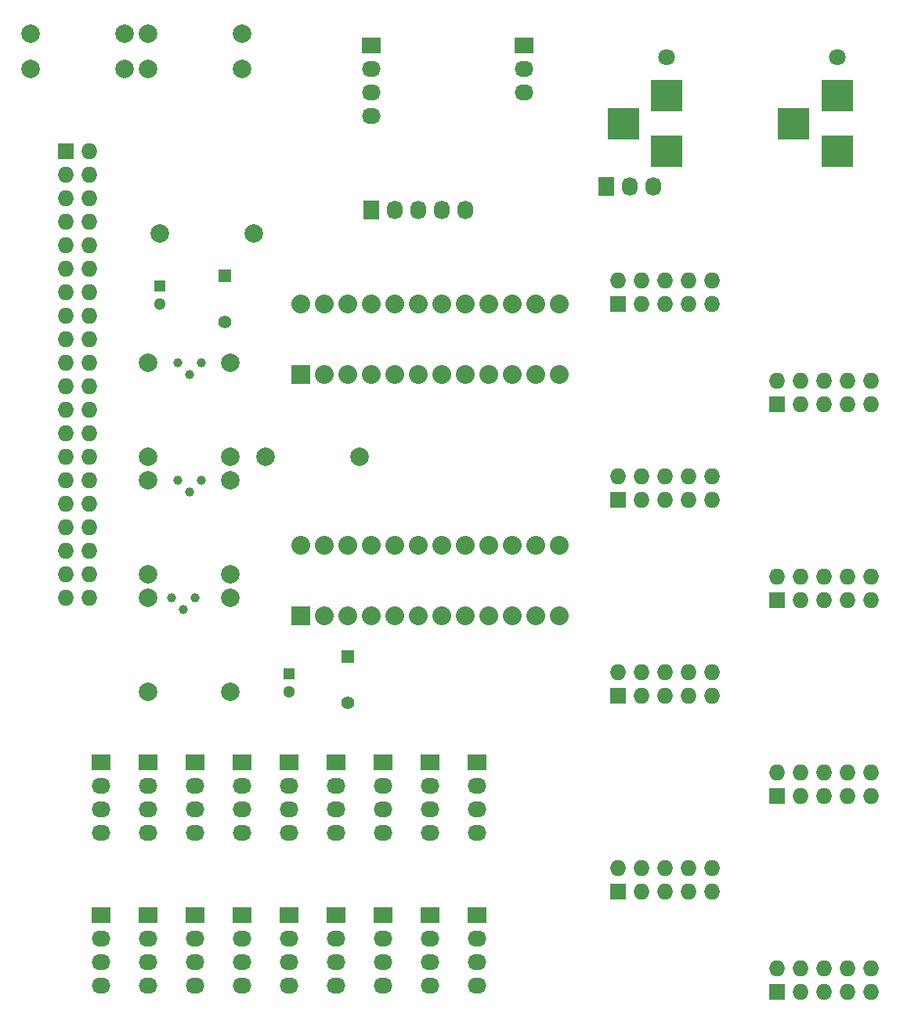
<source format=gbr>
G04 #@! TF.FileFunction,Soldermask,Bot*
%FSLAX46Y46*%
G04 Gerber Fmt 4.6, Leading zero omitted, Abs format (unit mm)*
G04 Created by KiCad (PCBNEW 4.0.2-stable) date Friday, 12 August 2016 'pmt' 16:12:33*
%MOMM*%
G01*
G04 APERTURE LIST*
%ADD10C,0.100000*%
%ADD11R,1.300000X1.300000*%
%ADD12C,1.300000*%
%ADD13R,1.400000X1.400000*%
%ADD14C,1.400000*%
%ADD15R,3.500120X3.500120*%
%ADD16C,1.800000*%
%ADD17R,2.032000X1.727200*%
%ADD18O,2.032000X1.727200*%
%ADD19R,1.727200X2.032000*%
%ADD20O,1.727200X2.032000*%
%ADD21R,1.727200X1.727200*%
%ADD22O,1.727200X1.727200*%
%ADD23C,1.000760*%
%ADD24C,1.998980*%
%ADD25R,2.032000X2.032000*%
%ADD26C,2.032000*%
G04 APERTURE END LIST*
D10*
D11*
X29210000Y-118650000D03*
D12*
X29210000Y-120650000D03*
D13*
X36195000Y-117555000D03*
D14*
X36195000Y-122555000D03*
D13*
X49530000Y-158750000D03*
D14*
X49530000Y-163750000D03*
D15*
X102423000Y-104148140D03*
X102423000Y-98148660D03*
X97724000Y-101148400D03*
D16*
X102423000Y-93948000D03*
D15*
X84008000Y-104148140D03*
X84008000Y-98148660D03*
X79309000Y-101148400D03*
D16*
X84008000Y-93948000D03*
D17*
X22860000Y-186690000D03*
D18*
X22860000Y-189230000D03*
X22860000Y-191770000D03*
X22860000Y-194310000D03*
D17*
X22860000Y-170180000D03*
D18*
X22860000Y-172720000D03*
X22860000Y-175260000D03*
X22860000Y-177800000D03*
D17*
X27940000Y-186690000D03*
D18*
X27940000Y-189230000D03*
X27940000Y-191770000D03*
X27940000Y-194310000D03*
D17*
X27940000Y-170180000D03*
D18*
X27940000Y-172720000D03*
X27940000Y-175260000D03*
X27940000Y-177800000D03*
D17*
X33020000Y-186690000D03*
D18*
X33020000Y-189230000D03*
X33020000Y-191770000D03*
X33020000Y-194310000D03*
D17*
X33020000Y-170180000D03*
D18*
X33020000Y-172720000D03*
X33020000Y-175260000D03*
X33020000Y-177800000D03*
D17*
X38100000Y-186690000D03*
D18*
X38100000Y-189230000D03*
X38100000Y-191770000D03*
X38100000Y-194310000D03*
D17*
X38100000Y-170180000D03*
D18*
X38100000Y-172720000D03*
X38100000Y-175260000D03*
X38100000Y-177800000D03*
D17*
X43180000Y-186690000D03*
D18*
X43180000Y-189230000D03*
X43180000Y-191770000D03*
X43180000Y-194310000D03*
D17*
X43180000Y-170180000D03*
D18*
X43180000Y-172720000D03*
X43180000Y-175260000D03*
X43180000Y-177800000D03*
D17*
X48260000Y-186690000D03*
D18*
X48260000Y-189230000D03*
X48260000Y-191770000D03*
X48260000Y-194310000D03*
D17*
X48260000Y-170180000D03*
D18*
X48260000Y-172720000D03*
X48260000Y-175260000D03*
X48260000Y-177800000D03*
D17*
X53340000Y-186690000D03*
D18*
X53340000Y-189230000D03*
X53340000Y-191770000D03*
X53340000Y-194310000D03*
D17*
X53340000Y-170180000D03*
D18*
X53340000Y-172720000D03*
X53340000Y-175260000D03*
X53340000Y-177800000D03*
D17*
X58420000Y-186690000D03*
D18*
X58420000Y-189230000D03*
X58420000Y-191770000D03*
X58420000Y-194310000D03*
D17*
X58420000Y-170180000D03*
D18*
X58420000Y-172720000D03*
X58420000Y-175260000D03*
X58420000Y-177800000D03*
D17*
X63500000Y-186690000D03*
D18*
X63500000Y-189230000D03*
X63500000Y-191770000D03*
X63500000Y-194310000D03*
D17*
X63500000Y-170180000D03*
D18*
X63500000Y-172720000D03*
X63500000Y-175260000D03*
X63500000Y-177800000D03*
D19*
X52070000Y-110490000D03*
D20*
X54610000Y-110490000D03*
X57150000Y-110490000D03*
X59690000Y-110490000D03*
X62230000Y-110490000D03*
D21*
X95885000Y-194945000D03*
D22*
X95885000Y-192405000D03*
X98425000Y-194945000D03*
X98425000Y-192405000D03*
X100965000Y-194945000D03*
X100965000Y-192405000D03*
X103505000Y-194945000D03*
X103505000Y-192405000D03*
X106045000Y-194945000D03*
X106045000Y-192405000D03*
D21*
X78740000Y-184150000D03*
D22*
X78740000Y-181610000D03*
X81280000Y-184150000D03*
X81280000Y-181610000D03*
X83820000Y-184150000D03*
X83820000Y-181610000D03*
X86360000Y-184150000D03*
X86360000Y-181610000D03*
X88900000Y-184150000D03*
X88900000Y-181610000D03*
D21*
X95885000Y-173778000D03*
D22*
X95885000Y-171238000D03*
X98425000Y-173778000D03*
X98425000Y-171238000D03*
X100965000Y-173778000D03*
X100965000Y-171238000D03*
X103505000Y-173778000D03*
X103505000Y-171238000D03*
X106045000Y-173778000D03*
X106045000Y-171238000D03*
D21*
X78740000Y-162983000D03*
D22*
X78740000Y-160443000D03*
X81280000Y-162983000D03*
X81280000Y-160443000D03*
X83820000Y-162983000D03*
X83820000Y-160443000D03*
X86360000Y-162983000D03*
X86360000Y-160443000D03*
X88900000Y-162983000D03*
X88900000Y-160443000D03*
D21*
X78740000Y-141817000D03*
D22*
X78740000Y-139277000D03*
X81280000Y-141817000D03*
X81280000Y-139277000D03*
X83820000Y-141817000D03*
X83820000Y-139277000D03*
X86360000Y-141817000D03*
X86360000Y-139277000D03*
X88900000Y-141817000D03*
X88900000Y-139277000D03*
D21*
X78752400Y-120650000D03*
D22*
X78752400Y-118110000D03*
X81292400Y-120650000D03*
X81292400Y-118110000D03*
X83832400Y-120650000D03*
X83832400Y-118110000D03*
X86372400Y-120650000D03*
X86372400Y-118110000D03*
X88912400Y-120650000D03*
X88912400Y-118110000D03*
D21*
X95885000Y-152612000D03*
D22*
X95885000Y-150072000D03*
X98425000Y-152612000D03*
X98425000Y-150072000D03*
X100965000Y-152612000D03*
X100965000Y-150072000D03*
X103505000Y-152612000D03*
X103505000Y-150072000D03*
X106045000Y-152612000D03*
X106045000Y-150072000D03*
D21*
X95885000Y-131445000D03*
D22*
X95885000Y-128905000D03*
X98425000Y-131445000D03*
X98425000Y-128905000D03*
X100965000Y-131445000D03*
X100965000Y-128905000D03*
X103505000Y-131445000D03*
X103505000Y-128905000D03*
X106045000Y-131445000D03*
X106045000Y-128905000D03*
D19*
X77470000Y-107950000D03*
D20*
X80010000Y-107950000D03*
X82550000Y-107950000D03*
D17*
X68580000Y-92710000D03*
D18*
X68580000Y-95250000D03*
X68580000Y-97790000D03*
D17*
X52070000Y-92710000D03*
D18*
X52070000Y-95250000D03*
X52070000Y-97790000D03*
X52070000Y-100330000D03*
D23*
X32385000Y-128270000D03*
X31115000Y-127000000D03*
X33655000Y-127000000D03*
X32385000Y-140970000D03*
X31115000Y-139700000D03*
X33655000Y-139700000D03*
X31750000Y-153670000D03*
X30480000Y-152400000D03*
X33020000Y-152400000D03*
D24*
X27940000Y-137160000D03*
X27940000Y-127000000D03*
X36830000Y-137160000D03*
X36830000Y-127000000D03*
X27940000Y-149860000D03*
X27940000Y-139700000D03*
X36830000Y-149860000D03*
X36830000Y-139700000D03*
X27940000Y-162560000D03*
X27940000Y-152400000D03*
X36830000Y-162560000D03*
X36830000Y-152400000D03*
X40640000Y-137160000D03*
X50800000Y-137160000D03*
X29210000Y-113030000D03*
X39370000Y-113030000D03*
X25400000Y-95250000D03*
X15240000Y-95250000D03*
X38100000Y-95250000D03*
X27940000Y-95250000D03*
X25400000Y-91440000D03*
X15240000Y-91440000D03*
X38100000Y-91440000D03*
X27940000Y-91440000D03*
D21*
X19050000Y-104140000D03*
D22*
X21590000Y-104140000D03*
X19050000Y-106680000D03*
X21590000Y-106680000D03*
X19050000Y-109220000D03*
X21590000Y-109220000D03*
X19050000Y-111760000D03*
X21590000Y-111760000D03*
X19050000Y-114300000D03*
X21590000Y-114300000D03*
X19050000Y-116840000D03*
X21590000Y-116840000D03*
X19050000Y-119380000D03*
X21590000Y-119380000D03*
X19050000Y-121920000D03*
X21590000Y-121920000D03*
X19050000Y-124460000D03*
X21590000Y-124460000D03*
X19050000Y-127000000D03*
X21590000Y-127000000D03*
X19050000Y-129540000D03*
X21590000Y-129540000D03*
X19050000Y-132080000D03*
X21590000Y-132080000D03*
X19050000Y-134620000D03*
X21590000Y-134620000D03*
X19050000Y-137160000D03*
X21590000Y-137160000D03*
X19050000Y-139700000D03*
X21590000Y-139700000D03*
X19050000Y-142240000D03*
X21590000Y-142240000D03*
X19050000Y-144780000D03*
X21590000Y-144780000D03*
X19050000Y-147320000D03*
X21590000Y-147320000D03*
X19050000Y-149860000D03*
X21590000Y-149860000D03*
X19050000Y-152400000D03*
X21590000Y-152400000D03*
D25*
X44450000Y-154305000D03*
D26*
X46990000Y-154305000D03*
X49530000Y-154305000D03*
X52070000Y-154305000D03*
X54610000Y-154305000D03*
X57150000Y-154305000D03*
X59690000Y-154305000D03*
X62230000Y-154305000D03*
X64770000Y-154305000D03*
X67310000Y-154305000D03*
X69850000Y-154305000D03*
X72390000Y-154305000D03*
X72390000Y-146685000D03*
X69850000Y-146685000D03*
X67310000Y-146685000D03*
X64770000Y-146685000D03*
X62230000Y-146685000D03*
X59690000Y-146685000D03*
X57150000Y-146685000D03*
X54610000Y-146685000D03*
X52070000Y-146685000D03*
X49530000Y-146685000D03*
X46990000Y-146685000D03*
X44450000Y-146685000D03*
D25*
X44450000Y-128270000D03*
D26*
X46990000Y-128270000D03*
X49530000Y-128270000D03*
X52070000Y-128270000D03*
X54610000Y-128270000D03*
X57150000Y-128270000D03*
X59690000Y-128270000D03*
X62230000Y-128270000D03*
X64770000Y-128270000D03*
X67310000Y-128270000D03*
X69850000Y-128270000D03*
X72390000Y-128270000D03*
X72390000Y-120650000D03*
X69850000Y-120650000D03*
X67310000Y-120650000D03*
X64770000Y-120650000D03*
X62230000Y-120650000D03*
X59690000Y-120650000D03*
X57150000Y-120650000D03*
X54610000Y-120650000D03*
X52070000Y-120650000D03*
X49530000Y-120650000D03*
X46990000Y-120650000D03*
X44450000Y-120650000D03*
D11*
X43180000Y-160560000D03*
D12*
X43180000Y-162560000D03*
M02*

</source>
